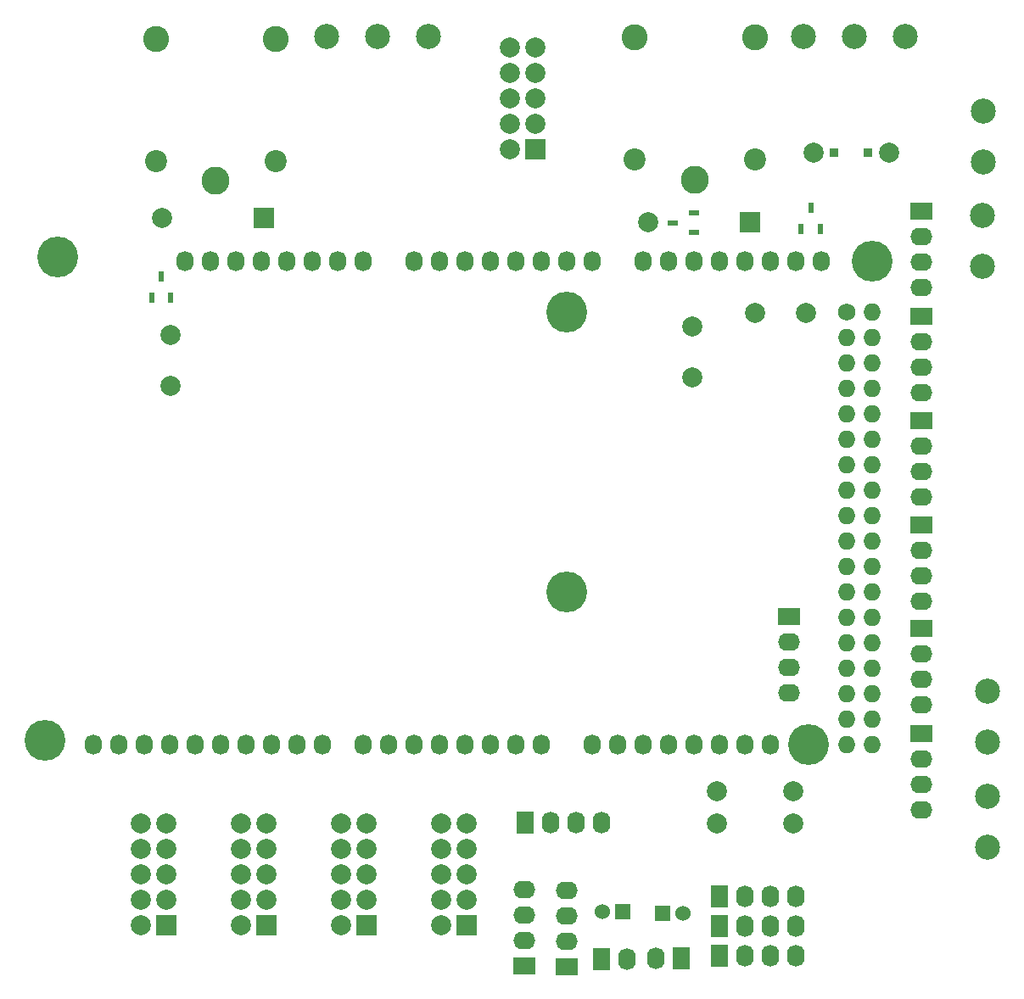
<source format=gbr>
G04 #@! TF.GenerationSoftware,KiCad,Pcbnew,5.1.7-a382d34a8~87~ubuntu20.04.1*
G04 #@! TF.CreationDate,2020-11-26T19:40:13-03:00*
G04 #@! TF.ProjectId,robot uve,726f626f-7420-4757-9665-2e6b69636164,rev?*
G04 #@! TF.SameCoordinates,Original*
G04 #@! TF.FileFunction,Soldermask,Bot*
G04 #@! TF.FilePolarity,Negative*
%FSLAX46Y46*%
G04 Gerber Fmt 4.6, Leading zero omitted, Abs format (unit mm)*
G04 Created by KiCad (PCBNEW 5.1.7-a382d34a8~87~ubuntu20.04.1) date 2020-11-26 19:40:13*
%MOMM*%
%LPD*%
G01*
G04 APERTURE LIST*
%ADD10R,1.750000X2.200000*%
%ADD11O,1.750000X2.200000*%
%ADD12R,2.000000X2.000000*%
%ADD13C,2.000000*%
%ADD14O,1.750000X2.199640*%
%ADD15R,1.750000X2.199640*%
%ADD16C,1.524000*%
%ADD17R,1.524000X1.524000*%
%ADD18R,1.998980X1.998980*%
%ADD19C,1.998980*%
%ADD20C,2.500000*%
%ADD21C,1.727200*%
%ADD22O,1.727200X1.727200*%
%ADD23O,1.727200X2.032000*%
%ADD24C,4.064000*%
%ADD25R,2.200000X1.750000*%
%ADD26O,2.200000X1.750000*%
%ADD27C,2.200000*%
%ADD28C,2.600000*%
%ADD29C,2.800000*%
%ADD30R,0.599440X1.000760*%
%ADD31R,1.000760X0.599440*%
%ADD32R,0.850900X0.850900*%
G04 APERTURE END LIST*
D10*
X155310000Y-132300000D03*
D11*
X157850000Y-132300000D03*
X160390000Y-132300000D03*
X162930000Y-132300000D03*
D12*
X149470000Y-142580000D03*
D13*
X146930000Y-142580000D03*
X149470000Y-140040000D03*
X146930000Y-140040000D03*
X149470000Y-137500000D03*
X146930000Y-137500000D03*
X149470000Y-134960000D03*
X146930000Y-134960000D03*
X149470000Y-132420000D03*
X146930000Y-132420000D03*
D14*
X165470000Y-145917500D03*
D15*
X162930000Y-145917500D03*
D16*
X171000000Y-141400000D03*
D17*
X169000000Y-141400000D03*
X165000000Y-141200000D03*
D16*
X163000000Y-141200000D03*
D18*
X177730000Y-72350000D03*
D19*
X167570000Y-72350000D03*
D18*
X129175000Y-71950000D03*
D19*
X119015000Y-71950000D03*
D20*
X188100000Y-53800000D03*
X193180000Y-53800000D03*
X183020000Y-53800000D03*
D13*
X136930000Y-132420000D03*
X139470000Y-132420000D03*
X136930000Y-134960000D03*
X139470000Y-134960000D03*
X136930000Y-137500000D03*
X139470000Y-137500000D03*
X136930000Y-140040000D03*
X139470000Y-140040000D03*
X136930000Y-142580000D03*
D12*
X139470000Y-142580000D03*
X129470000Y-142580000D03*
D13*
X126930000Y-142580000D03*
X129470000Y-140040000D03*
X126930000Y-140040000D03*
X129470000Y-137500000D03*
X126930000Y-137500000D03*
X129470000Y-134960000D03*
X126930000Y-134960000D03*
X129470000Y-132420000D03*
X126930000Y-132420000D03*
X116930000Y-132420000D03*
X119470000Y-132420000D03*
X116930000Y-134960000D03*
X119470000Y-134960000D03*
X116930000Y-137500000D03*
X119470000Y-137500000D03*
X116930000Y-140040000D03*
X119470000Y-140040000D03*
X116930000Y-142580000D03*
D12*
X119470000Y-142580000D03*
D21*
X187358000Y-81354000D03*
D22*
X189898000Y-81354000D03*
X187358000Y-83894000D03*
X189898000Y-83894000D03*
X187358000Y-86434000D03*
X189898000Y-86434000D03*
X187358000Y-88974000D03*
X189898000Y-88974000D03*
X187358000Y-91514000D03*
X189898000Y-91514000D03*
X187358000Y-94054000D03*
X189898000Y-94054000D03*
X187358000Y-96594000D03*
X189898000Y-96594000D03*
X187358000Y-99134000D03*
X189898000Y-99134000D03*
X187358000Y-101674000D03*
X189898000Y-101674000D03*
X187358000Y-104214000D03*
X189898000Y-104214000D03*
X187358000Y-106754000D03*
X189898000Y-106754000D03*
X187358000Y-109294000D03*
X189898000Y-109294000D03*
X187358000Y-111834000D03*
X189898000Y-111834000D03*
X187358000Y-114374000D03*
X189898000Y-114374000D03*
X187358000Y-116914000D03*
X189898000Y-116914000D03*
X187358000Y-119454000D03*
X189898000Y-119454000D03*
X187358000Y-121994000D03*
X189898000Y-121994000D03*
X187358000Y-124534000D03*
X189898000Y-124534000D03*
D23*
X121318000Y-76274000D03*
X123858000Y-76274000D03*
X126398000Y-76274000D03*
X128938000Y-76274000D03*
X131478000Y-76274000D03*
X134018000Y-76274000D03*
X136558000Y-76274000D03*
X139098000Y-76274000D03*
X144178000Y-76274000D03*
X146718000Y-76274000D03*
X149258000Y-76274000D03*
X151798000Y-76274000D03*
X154338000Y-76274000D03*
X156878000Y-76274000D03*
X159418000Y-76274000D03*
X161958000Y-76274000D03*
X167038000Y-76274000D03*
X169578000Y-76274000D03*
X172118000Y-76274000D03*
X174658000Y-76274000D03*
X177198000Y-76274000D03*
X179738000Y-76274000D03*
X182278000Y-76274000D03*
X184818000Y-76274000D03*
X112174000Y-124534000D03*
X114714000Y-124534000D03*
X117254000Y-124534000D03*
X119794000Y-124534000D03*
X122334000Y-124534000D03*
X124874000Y-124534000D03*
X127414000Y-124534000D03*
X129954000Y-124534000D03*
X132494000Y-124534000D03*
X135034000Y-124534000D03*
X139098000Y-124534000D03*
X141638000Y-124534000D03*
X144178000Y-124534000D03*
X146718000Y-124534000D03*
X149258000Y-124534000D03*
X151798000Y-124534000D03*
X154338000Y-124534000D03*
X156878000Y-124534000D03*
X161958000Y-124534000D03*
X164498000Y-124534000D03*
X167038000Y-124534000D03*
X169578000Y-124534000D03*
X172118000Y-124534000D03*
X174658000Y-124534000D03*
X177198000Y-124534000D03*
X179738000Y-124534000D03*
D24*
X107348000Y-124126000D03*
X159418000Y-81354000D03*
X189898000Y-76274000D03*
X108618000Y-75866000D03*
X159418000Y-109294000D03*
X183548000Y-124534000D03*
D13*
X184050000Y-65425000D03*
X191650000Y-65425000D03*
D10*
X174660000Y-142612000D03*
D11*
X177200000Y-142612000D03*
X179740000Y-142612000D03*
X182280000Y-142612000D03*
D20*
X201000000Y-61260000D03*
X201000000Y-66340000D03*
X200950000Y-76790000D03*
X200950000Y-71710000D03*
D25*
X194850000Y-123410000D03*
D26*
X194850000Y-125950000D03*
X194850000Y-128490000D03*
X194850000Y-131030000D03*
X194800000Y-99810000D03*
X194800000Y-97270000D03*
X194800000Y-94730000D03*
D25*
X194800000Y-92190000D03*
X194850000Y-102640000D03*
D26*
X194850000Y-105180000D03*
X194850000Y-107720000D03*
X194850000Y-110260000D03*
X194850000Y-120570000D03*
X194850000Y-118030000D03*
X194850000Y-115490000D03*
D25*
X194850000Y-112950000D03*
X194800000Y-81790000D03*
D26*
X194800000Y-84330000D03*
X194800000Y-86870000D03*
X194800000Y-89410000D03*
D25*
X194800000Y-71290000D03*
D26*
X194800000Y-73830000D03*
X194800000Y-76370000D03*
X194800000Y-78910000D03*
D20*
X135470000Y-53875000D03*
X145630000Y-53875000D03*
X140550000Y-53875000D03*
D11*
X182310000Y-139650000D03*
X179770000Y-139650000D03*
X177230000Y-139650000D03*
D10*
X174690000Y-139650000D03*
D11*
X182285000Y-145575000D03*
X179745000Y-145575000D03*
X177205000Y-145575000D03*
D10*
X174665000Y-145575000D03*
D25*
X155200000Y-146620000D03*
D26*
X155200000Y-144080000D03*
X155200000Y-141540000D03*
X155200000Y-139000000D03*
X159400000Y-139060000D03*
X159400000Y-141600000D03*
X159400000Y-144140000D03*
D25*
X159400000Y-146680000D03*
D20*
X201400000Y-129660000D03*
X201400000Y-134740000D03*
X201400000Y-124290000D03*
X201400000Y-119210000D03*
D27*
X178250000Y-66150000D03*
D28*
X178250000Y-53950000D03*
X166250000Y-53950000D03*
D27*
X166250000Y-66150000D03*
D29*
X172250000Y-68150000D03*
X124425000Y-68250000D03*
D27*
X118425000Y-66250000D03*
D28*
X118425000Y-54050000D03*
X130425000Y-54050000D03*
D27*
X130425000Y-66250000D03*
D12*
X156270000Y-65080000D03*
D13*
X153730000Y-65080000D03*
X156270000Y-62540000D03*
X153730000Y-62540000D03*
X156270000Y-60000000D03*
X153730000Y-60000000D03*
X156270000Y-57460000D03*
X153730000Y-57460000D03*
X156270000Y-54920000D03*
X153730000Y-54920000D03*
D30*
X184752500Y-73056640D03*
X183800000Y-70943360D03*
X182847500Y-73056640D03*
D31*
X172131640Y-71472500D03*
X170018360Y-72425000D03*
X172131640Y-73377500D03*
D30*
X117997500Y-79906640D03*
X118950000Y-77793360D03*
X119902500Y-79906640D03*
D19*
X183340000Y-81400000D03*
X178260000Y-81400000D03*
X172000000Y-82800000D03*
X172000000Y-87880000D03*
X119900000Y-88705000D03*
X119900000Y-83625000D03*
D32*
X189473860Y-65400000D03*
X186126140Y-65400000D03*
D15*
X170870000Y-145882500D03*
D14*
X168330000Y-145882500D03*
D19*
X174390000Y-129200000D03*
X182010000Y-129200000D03*
X182010000Y-132400000D03*
X174390000Y-132400000D03*
D25*
X181600000Y-111720000D03*
D26*
X181600000Y-114260000D03*
X181600000Y-116800000D03*
X181600000Y-119340000D03*
M02*

</source>
